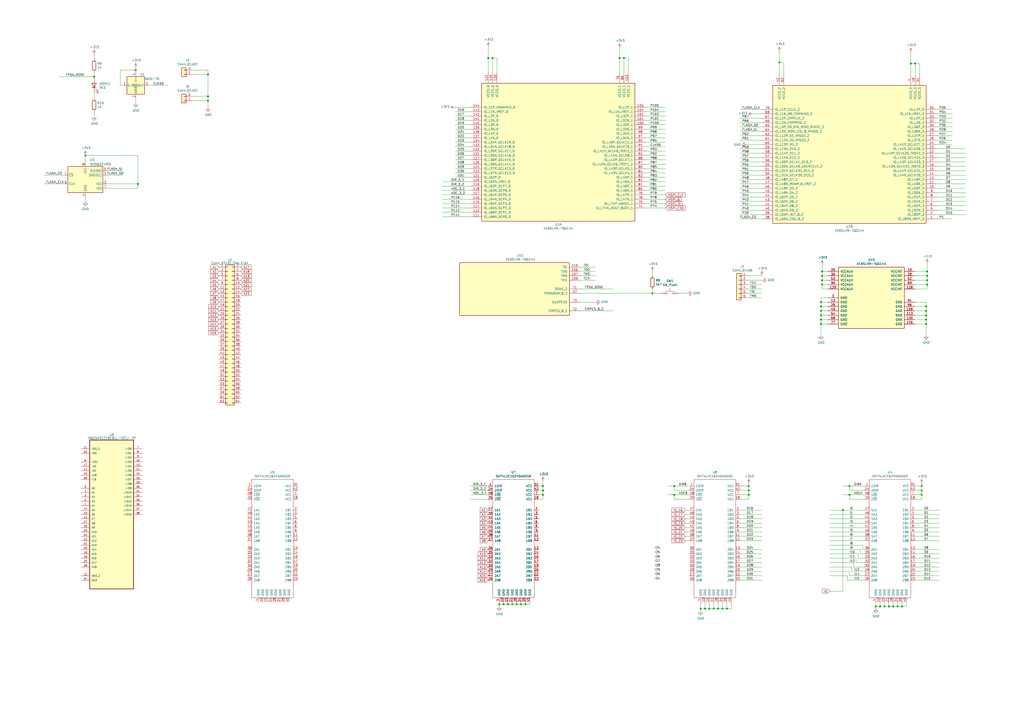
<source format=kicad_sch>
(kicad_sch (version 20230121) (generator eeschema)
  (paper "A2")
  (title_block (title "FPGA Design") (date "2019-12-27") (rev "V0.0.1") (company "SCC"))
  (junction (at 476.885 160.02))
  (junction (at 537.21 177.8))
  (junction (at 434.34 281.94))
  (junction (at 434.34 284.48))
  (junction (at 534.67 284.48))
  (junction (at 414.02 353.06))
  (junction (at 406.4 353.06))
  (junction (at 314.96 284.48))
  (junction (at 294.64 350.52))
  (junction (at 476.25 182.88))
  (junction (at 515.62 351.79))
  (junction (at 537.21 187.96))
  (junction (at 421.64 353.06))
  (junction (at 520.7 351.79))
  (junction (at 534.67 281.94))
  (junction (at 537.21 182.88))
  (junction (at 285.75 33.655))
  (junction (at 537.845 157.48))
  (junction (at 378.46 170.18))
  (junction (at 359.41 33.655))
  (junction (at 408.94 353.06))
  (junction (at 283.21 33.655))
  (junction (at 289.56 350.52))
  (junction (at 434.34 287.02))
  (junction (at 528.32 36.83))
  (junction (at 534.67 287.02))
  (junction (at 488.95 295.91))
  (junction (at 297.18 350.52))
  (junction (at 530.86 36.83))
  (junction (at 537.845 165.1))
  (junction (at 304.8 350.52))
  (junction (at 476.885 162.56))
  (junction (at 54.61 44.45))
  (junction (at 120.65 55.88))
  (junction (at 416.56 353.06))
  (junction (at 299.72 350.52))
  (junction (at 80.01 106.68))
  (junction (at 314.96 281.94))
  (junction (at 476.25 185.42))
  (junction (at 292.1 350.52))
  (junction (at 476.25 177.8))
  (junction (at 492.76 287.02))
  (junction (at 419.1 353.06))
  (junction (at 314.96 287.02))
  (junction (at 523.24 351.79))
  (junction (at 537.845 162.56))
  (junction (at 508 351.79))
  (junction (at 361.95 33.655))
  (junction (at 492.76 281.94))
  (junction (at 518.16 351.79))
  (junction (at 537.845 160.02))
  (junction (at 476.25 180.34))
  (junction (at 476.885 165.1))
  (junction (at 78.74 40.64))
  (junction (at 510.54 351.79))
  (junction (at 302.26 350.52))
  (junction (at 513.08 351.79))
  (junction (at 411.48 353.06))
  (junction (at 120.65 43.18))
  (junction (at 120.65 58.42))
  (junction (at 537.21 185.42))
  (junction (at 476.25 187.96))
  (junction (at 49.53 90.17))
  (junction (at 452.12 36.195))
  (junction (at 391.16 287.02))
  (junction (at 391.16 281.94))
  (junction (at 537.21 180.34))
  (junction (at 476.25 175.26))
  (junction (at 476.885 157.48))
  (wire (pts (xy 481.33 298.45) (xy 501.65 298.45)))
  (wire (pts (xy 429.26 93.98) (xy 441.96 93.98)))
  (wire (pts (xy 476.25 180.34) (xy 476.25 177.8)))
  (wire (pts (xy 537.845 167.64) (xy 537.845 165.1)))
  (wire (pts (xy 530.86 160.02) (xy 537.845 160.02)))
  (wire (pts (xy 374.65 118.11) (xy 386.08 118.11)))
  (wire (pts (xy 429.26 300.99) (xy 441.96 300.99)))
  (wire (pts (xy 49.53 114.3) (xy 49.53 116.84)))
  (wire (pts (xy 411.48 349.25) (xy 411.48 353.06)))
  (wire (pts (xy 530.86 295.91) (xy 544.83 295.91)))
  (wire (pts (xy 429.26 88.9) (xy 441.96 88.9)))
  (wire (pts (xy 496.57 326.39) (xy 496.57 323.85)))
  (wire (pts (xy 537.21 175.26) (xy 530.86 175.26)))
  (wire (pts (xy 429.26 313.69) (xy 441.96 313.69)))
  (wire (pts (xy 531.495 185.42) (xy 537.21 185.42)))
  (wire (pts (xy 62.23 99.06) (xy 71.12 99.06)))
  (wire (pts (xy 273.05 110.49) (xy 256.54 110.49)))
  (wire (pts (xy 397.51 298.45) (xy 400.05 298.45)))
  (wire (pts (xy 62.23 101.6) (xy 71.12 101.6)))
  (wire (pts (xy 285.75 33.655) (xy 288.29 33.655)))
  (wire (pts (xy 285.75 41.91) (xy 285.75 33.655)))
  (wire (pts (xy 273.05 281.94) (xy 283.21 281.94)))
  (wire (pts (xy 429.26 99.06) (xy 441.96 99.06)))
  (wire (pts (xy 397.51 306.07) (xy 400.05 306.07)))
  (wire (pts (xy 54.61 31.75) (xy 54.61 34.29)))
  (wire (pts (xy 543.56 63.5) (xy 552.45 63.5)))
  (wire (pts (xy 336.55 180.34) (xy 355.6 180.34)))
  (wire (pts (xy 530.86 328.93) (xy 544.83 328.93)))
  (wire (pts (xy 429.26 331.47) (xy 441.96 331.47)))
  (wire (pts (xy 441.96 86.36) (xy 429.26 86.36)))
  (wire (pts (xy 492.76 331.47) (xy 481.33 331.47)))
  (wire (pts (xy 480.06 185.42) (xy 476.25 185.42)))
  (wire (pts (xy 441.96 114.3) (xy 429.26 114.3)))
  (wire (pts (xy 299.72 350.52) (xy 302.26 350.52)))
  (wire (pts (xy 302.26 350.52) (xy 302.26 349.25)))
  (wire (pts (xy 391.16 284.48) (xy 391.16 281.94)))
  (wire (pts (xy 560.07 93.98) (xy 543.56 93.98)))
  (wire (pts (xy 500.38 316.23) (xy 481.33 316.23)))
  (wire (pts (xy 481.33 313.69) (xy 501.65 313.69)))
  (wire (pts (xy 530.86 334.01) (xy 544.83 334.01)))
  (wire (pts (xy 441.96 76.2) (xy 429.26 76.2)))
  (wire (pts (xy 530.86 303.53) (xy 544.83 303.53)))
  (wire (pts (xy 416.56 353.06) (xy 419.1 353.06)))
  (wire (pts (xy 492.76 334.01) (xy 492.76 331.47)))
  (wire (pts (xy 86.36 49.53) (xy 97.79 49.53)))
  (wire (pts (xy 560.07 109.22) (xy 543.56 109.22)))
  (wire (pts (xy 510.54 349.25) (xy 510.54 351.79)))
  (wire (pts (xy 530.86 162.56) (xy 537.845 162.56)))
  (wire (pts (xy 501.65 336.55) (xy 491.49 336.55)))
  (wire (pts (xy 441.96 124.46) (xy 429.26 124.46)))
  (wire (pts (xy 543.56 68.58) (xy 552.45 68.58)))
  (wire (pts (xy 292.1 350.52) (xy 294.64 350.52)))
  (wire (pts (xy 264.16 69.85) (xy 273.05 69.85)))
  (wire (pts (xy 530.86 187.96) (xy 537.21 187.96)))
  (wire (pts (xy 434.34 287.02) (xy 434.34 284.48)))
  (wire (pts (xy 374.65 80.01) (xy 386.08 80.01)))
  (wire (pts (xy 120.65 43.18) (xy 120.65 55.88)))
  (wire (pts (xy 273.05 284.48) (xy 283.21 284.48)))
  (wire (pts (xy 480.06 180.34) (xy 476.25 180.34)))
  (wire (pts (xy 530.86 298.45) (xy 544.83 298.45)))
  (wire (pts (xy 441.96 101.6) (xy 429.26 101.6)))
  (wire (pts (xy 78.74 40.64) (xy 69.85 40.64)))
  (wire (pts (xy 530.86 284.48) (xy 534.67 284.48)))
  (wire (pts (xy 302.26 350.52) (xy 304.8 350.52)))
  (wire (pts (xy 518.16 351.79) (xy 520.7 351.79)))
  (wire (pts (xy 552.45 76.2) (xy 543.56 76.2)))
  (wire (pts (xy 336.55 175.26) (xy 345.44 175.26)))
  (wire (pts (xy 294.64 350.52) (xy 297.18 350.52)))
  (wire (pts (xy 34.29 44.45) (xy 54.61 44.45)))
  (wire (pts (xy 501.65 321.31) (xy 499.11 321.31)))
  (wire (pts (xy 299.72 350.52) (xy 299.72 349.25)))
  (wire (pts (xy 452.12 36.195) (xy 452.12 29.845)))
  (wire (pts (xy 374.65 120.65) (xy 386.08 120.65)))
  (wire (pts (xy 436.88 66.04) (xy 441.96 66.04)))
  (wire (pts (xy 513.08 351.79) (xy 515.62 351.79)))
  (wire (pts (xy 374.65 100.33) (xy 386.08 100.33)))
  (wire (pts (xy 501.65 326.39) (xy 496.57 326.39)))
  (wire (pts (xy 530.86 336.55) (xy 544.83 336.55)))
  (wire (pts (xy 429.26 289.56) (xy 434.34 289.56)))
  (wire (pts (xy 530.86 313.69) (xy 544.83 313.69)))
  (wire (pts (xy 264.16 92.71) (xy 273.05 92.71)))
  (wire (pts (xy 429.26 334.01) (xy 441.96 334.01)))
  (wire (pts (xy 480.06 175.26) (xy 476.25 175.26)))
  (wire (pts (xy 518.16 349.25) (xy 518.16 351.79)))
  (wire (pts (xy 283.21 41.91) (xy 283.21 33.655)))
  (wire (pts (xy 49.53 90.17) (xy 80.01 90.17)))
  (wire (pts (xy 312.42 289.56) (xy 314.96 289.56)))
  (wire (pts (xy 434.34 281.94) (xy 434.34 280.67)))
  (wire (pts (xy 488.95 342.9) (xy 481.33 342.9)))
  (wire (pts (xy 476.885 167.64) (xy 476.885 165.1)))
  (wire (pts (xy 273.05 118.11) (xy 256.54 118.11)))
  (wire (pts (xy 501.65 318.77) (xy 500.38 318.77)))
  (wire (pts (xy 537.21 185.42) (xy 537.21 182.88)))
  (wire (pts (xy 433.705 167.64) (xy 441.96 167.64)))
  (wire (pts (xy 397.51 300.99) (xy 400.05 300.99)))
  (wire (pts (xy 433.705 165.1) (xy 441.96 165.1)))
  (wire (pts (xy 304.8 350.52) (xy 307.34 350.52)))
  (wire (pts (xy 378.46 170.18) (xy 378.46 167.64)))
  (wire (pts (xy 492.76 287.02) (xy 488.95 287.02)))
  (wire (pts (xy 452.12 36.195) (xy 454.66 36.195)))
  (wire (pts (xy 530.86 42.545) (xy 530.86 36.83)))
  (wire (pts (xy 264.16 62.23) (xy 273.05 62.23)))
  (wire (pts (xy 476.25 182.88) (xy 476.25 180.34)))
  (wire (pts (xy 62.23 106.68) (xy 80.01 106.68)))
  (wire (pts (xy 273.05 123.19) (xy 256.54 123.19)))
  (wire (pts (xy 393.7 170.18) (xy 398.78 170.18)))
  (wire (pts (xy 111.76 55.88) (xy 120.65 55.88)))
  (wire (pts (xy 560.07 121.92) (xy 543.56 121.92)))
  (wire (pts (xy 120.65 62.23) (xy 120.65 58.42)))
  (wire (pts (xy 336.55 162.56) (xy 345.44 162.56)))
  (wire (pts (xy 429.26 295.91) (xy 441.96 295.91)))
  (wire (pts (xy 501.65 306.07) (xy 481.33 306.07)))
  (wire (pts (xy 441.96 162.56) (xy 433.705 162.56)))
  (wire (pts (xy 406.4 353.06) (xy 408.94 353.06)))
  (wire (pts (xy 400.05 289.56) (xy 391.16 289.56)))
  (wire (pts (xy 476.25 177.8) (xy 476.25 175.26)))
  (wire (pts (xy 494.03 331.47) (xy 494.03 328.93)))
  (wire (pts (xy 429.26 321.31) (xy 441.96 321.31)))
  (wire (pts (xy 528.32 36.83) (xy 528.32 43.18)))
  (wire (pts (xy 501.65 295.91) (xy 488.95 295.91)))
  (wire (pts (xy 560.07 104.14) (xy 543.56 104.14)))
  (wire (pts (xy 560.07 101.6) (xy 543.56 101.6)))
  (wire (pts (xy 543.56 73.66) (xy 552.45 73.66)))
  (wire (pts (xy 312.42 281.94) (xy 314.96 281.94)))
  (wire (pts (xy 289.56 350.52) (xy 292.1 350.52)))
  (wire (pts (xy 480.06 182.88) (xy 476.25 182.88)))
  (wire (pts (xy 501.65 300.99) (xy 481.33 300.99)))
  (wire (pts (xy 543.56 127) (xy 552.45 127)))
  (wire (pts (xy 441.96 106.68) (xy 429.26 106.68)))
  (wire (pts (xy 476.885 160.02) (xy 476.885 157.48)))
  (wire (pts (xy 530.86 167.64) (xy 537.845 167.64)))
  (wire (pts (xy 495.3 326.39) (xy 481.33 326.39)))
  (wire (pts (xy 359.41 33.655) (xy 359.41 41.91)))
  (wire (pts (xy 560.07 116.84) (xy 543.56 116.84)))
  (wire (pts (xy 454.66 36.195) (xy 454.66 43.18)))
  (wire (pts (xy 264.16 77.47) (xy 273.05 77.47)))
  (wire (pts (xy 537.21 193.675) (xy 537.21 187.96)))
  (wire (pts (xy 273.05 289.56) (xy 283.21 289.56)))
  (wire (pts (xy 80.01 90.17) (xy 80.01 106.68)))
  (wire (pts (xy 543.56 78.74) (xy 552.45 78.74)))
  (wire (pts (xy 374.65 69.85) (xy 386.08 69.85)))
  (wire (pts (xy 429.26 311.15) (xy 441.96 311.15)))
  (wire (pts (xy 534.67 289.56) (xy 534.67 287.02)))
  (wire (pts (xy 273.05 107.95) (xy 256.54 107.95)))
  (wire (pts (xy 433.705 170.18) (xy 441.96 170.18)))
  (wire (pts (xy 480.06 165.1) (xy 476.885 165.1)))
  (wire (pts (xy 289.56 349.25) (xy 289.56 350.52)))
  (wire (pts (xy 533.4 36.83) (xy 533.4 43.18)))
  (wire (pts (xy 419.1 349.25) (xy 419.1 353.06)))
  (wire (pts (xy 508 351.79) (xy 508 349.25)))
  (wire (pts (xy 264.16 67.31) (xy 273.05 67.31)))
  (wire (pts (xy 264.16 82.55) (xy 273.05 82.55)))
  (wire (pts (xy 441.96 127) (xy 429.26 127)))
  (wire (pts (xy 515.62 351.79) (xy 518.16 351.79)))
  (wire (pts (xy 421.64 353.06) (xy 424.18 353.06)))
  (wire (pts (xy 391.16 281.94) (xy 387.35 281.94)))
  (wire (pts (xy 419.1 353.06) (xy 421.64 353.06)))
  (wire (pts (xy 496.57 323.85) (xy 481.33 323.85)))
  (wire (pts (xy 528.32 36.83) (xy 528.32 30.48)))
  (wire (pts (xy 54.61 67.31) (xy 54.61 64.77)))
  (wire (pts (xy 429.26 284.48) (xy 434.34 284.48)))
  (wire (pts (xy 501.65 281.94) (xy 492.76 281.94)))
  (wire (pts (xy 264.16 102.87) (xy 273.05 102.87)))
  (wire (pts (xy 552.45 71.12) (xy 543.56 71.12)))
  (wire (pts (xy 560.07 114.3) (xy 543.56 114.3)))
  (wire (pts (xy 452.12 43.18) (xy 452.12 36.195)))
  (wire (pts (xy 374.65 110.49) (xy 386.08 110.49)))
  (wire (pts (xy 397.51 295.91) (xy 400.05 295.91)))
  (wire (pts (xy 312.42 284.48) (xy 314.96 284.48)))
  (wire (pts (xy 480.06 177.8) (xy 476.25 177.8)))
  (wire (pts (xy 408.94 349.25) (xy 408.94 353.06)))
  (wire (pts (xy 25.4 106.68) (xy 36.83 106.68)))
  (wire (pts (xy 374.65 115.57) (xy 386.08 115.57)))
  (wire (pts (xy 441.96 96.52) (xy 429.26 96.52)))
  (wire (pts (xy 391.16 287.02) (xy 387.35 287.02)))
  (wire (pts (xy 378.46 157.48) (xy 378.46 160.02)))
  (wire (pts (xy 336.55 154.94) (xy 345.44 154.94)))
  (wire (pts (xy 361.95 41.91) (xy 361.95 33.655)))
  (wire (pts (xy 374.65 102.87) (xy 386.08 102.87)))
  (wire (pts (xy 560.07 91.44) (xy 543.56 91.44)))
  (wire (pts (xy 120.65 58.42) (xy 120.65 55.88)))
  (wire (pts (xy 364.49 33.655) (xy 364.49 41.91)))
  (wire (pts (xy 501.65 331.47) (xy 494.03 331.47)))
  (wire (pts (xy 374.65 85.09) (xy 386.08 85.09)))
  (wire (pts (xy 374.65 64.77) (xy 386.08 64.77)))
  (wire (pts (xy 530.86 182.88) (xy 537.21 182.88)))
  (wire (pts (xy 111.76 40.64) (xy 120.65 40.64)))
  (wire (pts (xy 508 351.79) (xy 510.54 351.79)))
  (wire (pts (xy 273.05 105.41) (xy 256.54 105.41)))
  (wire (pts (xy 476.25 187.96) (xy 476.25 185.42)))
  (wire (pts (xy 374.65 82.55) (xy 386.08 82.55)))
  (wire (pts (xy 314.96 284.48) (xy 314.96 281.94)))
  (wire (pts (xy 530.86 323.85) (xy 544.83 323.85)))
  (wire (pts (xy 552.45 81.28) (xy 543.56 81.28)))
  (wire (pts (xy 530.86 36.83) (xy 528.32 36.83)))
  (wire (pts (xy 441.96 63.5) (xy 429.26 63.5)))
  (wire (pts (xy 78.74 40.64) (xy 78.74 39.37)))
  (wire (pts (xy 560.07 124.46) (xy 543.56 124.46)))
  (wire (pts (xy 530.86 311.15) (xy 544.83 311.15)))
  (wire (pts (xy 424.18 353.06) (xy 424.18 349.25)))
  (wire (pts (xy 530.86 300.99) (xy 544.83 300.99)))
  (wire (pts (xy 481.33 303.53) (xy 501.65 303.53)))
  (wire (pts (xy 314.96 289.56) (xy 314.96 287.02)))
  (wire (pts (xy 336.55 157.48) (xy 345.44 157.48)))
  (wire (pts (xy 500.38 318.77) (xy 500.38 316.23)))
  (wire (pts (xy 62.23 109.22) (xy 80.01 109.22)))
  (wire (pts (xy 441.96 78.74) (xy 429.26 78.74)))
  (wire (pts (xy 264.16 80.01) (xy 273.05 80.01)))
  (wire (pts (xy 397.51 311.15) (xy 400.05 311.15)))
  (wire (pts (xy 515.62 349.25) (xy 515.62 351.79)))
  (wire (pts (xy 429.26 81.28) (xy 441.96 81.28)))
  (wire (pts (xy 336.55 167.64) (xy 355.6 167.64)))
  (wire (pts (xy 537.845 165.1) (xy 537.845 162.56)))
  (wire (pts (xy 292.1 350.52) (xy 292.1 349.25)))
  (wire (pts (xy 54.61 44.45) (xy 54.61 45.72)))
  (wire (pts (xy 530.86 326.39) (xy 544.83 326.39)))
  (wire (pts (xy 264.16 85.09) (xy 273.05 85.09)))
  (wire (pts (xy 537.845 157.48) (xy 537.845 153.035)))
  (wire (pts (xy 433.705 160.02) (xy 441.96 160.02)))
  (wire (pts (xy 78.74 41.91) (xy 78.74 40.64)))
  (wire (pts (xy 429.26 323.85) (xy 441.96 323.85)))
  (wire (pts (xy 264.16 64.77) (xy 273.05 64.77)))
  (wire (pts (xy 429.26 71.12) (xy 441.96 71.12)))
  (wire (pts (xy 480.06 162.56) (xy 476.885 162.56)))
  (wire (pts (xy 54.61 41.91) (xy 54.61 44.45)))
  (wire (pts (xy 297.18 350.52) (xy 299.72 350.52)))
  (wire (pts (xy 400.05 284.48) (xy 391.16 284.48)))
  (wire (pts (xy 378.46 170.18) (xy 383.54 170.18)))
  (wire (pts (xy 361.95 33.655) (xy 364.49 33.655)))
  (wire (pts (xy 429.26 308.61) (xy 441.96 308.61)))
  (wire (pts (xy 429.26 121.92) (xy 441.96 121.92)))
  (wire (pts (xy 297.18 350.52) (xy 297.18 349.25)))
  (wire (pts (xy 552.45 66.04) (xy 543.56 66.04)))
  (wire (pts (xy 374.65 92.71) (xy 386.08 92.71)))
  (wire (pts (xy 530.86 177.8) (xy 537.21 177.8)))
  (wire (pts (xy 273.05 113.03) (xy 256.54 113.03)))
  (wire (pts (xy 441.96 109.22) (xy 429.26 109.22)))
  (wire (pts (xy 481.33 308.61) (xy 501.65 308.61)))
  (wire (pts (xy 434.34 284.48) (xy 434.34 281.94)))
  (wire (pts (xy 530.86 165.1) (xy 537.845 165.1)))
  (wire (pts (xy 397.51 303.53) (xy 400.05 303.53)))
  (wire (pts (xy 314.96 287.02) (xy 314.96 284.48)))
  (wire (pts (xy 480.06 160.02) (xy 476.885 160.02)))
  (wire (pts (xy 69.85 49.53) (xy 71.12 49.53)))
  (wire (pts (xy 480.06 157.48) (xy 476.885 157.48)))
  (wire (pts (xy 429.26 116.84) (xy 441.96 116.84)))
  (wire (pts (xy 499.11 318.77) (xy 481.33 318.77)))
  (wire (pts (xy 530.86 308.61) (xy 544.83 308.61)))
  (wire (pts (xy 537.21 182.88) (xy 537.21 180.34)))
  (wire (pts (xy 69.85 40.64) (xy 69.85 49.53)))
  (wire (pts (xy 314.96 281.94) (xy 314.96 279.4)))
  (wire (pts (xy 501.65 289.56) (xy 492.76 289.56)))
  (wire (pts (xy 312.42 287.02) (xy 314.96 287.02)))
  (wire (pts (xy 476.885 165.1) (xy 476.885 162.56)))
  (wire (pts (xy 433.07 83.82) (xy 441.96 83.82)))
  (wire (pts (xy 374.65 105.41) (xy 386.08 105.41)))
  (wire (pts (xy 294.64 350.52) (xy 294.64 349.25)))
  (wire (pts (xy 537.21 187.96) (xy 537.21 185.42)))
  (wire (pts (xy 508 353.06) (xy 508 351.79)))
  (wire (pts (xy 501.65 328.93) (xy 495.3 328.93)))
  (wire (pts (xy 264.16 72.39) (xy 273.05 72.39)))
  (wire (pts (xy 433.705 172.72) (xy 441.96 172.72)))
  (wire (pts (xy 560.07 111.76) (xy 543.56 111.76)))
  (wire (pts (xy 480.06 187.96) (xy 476.25 187.96)))
  (wire (pts (xy 491.49 336.55) (xy 491.49 334.01)))
  (wire (pts (xy 494.03 328.93) (xy 481.33 328.93)))
  (wire (pts (xy 476.885 162.56) (xy 476.885 160.02)))
  (wire (pts (xy 374.65 87.63) (xy 386.08 87.63)))
  (wire (pts (xy 537.845 162.56) (xy 537.845 160.02)))
  (wire (pts (xy 530.86 321.31) (xy 544.83 321.31)))
  (wire (pts (xy 476.25 194.31) (xy 476.25 187.96)))
  (wire (pts (xy 441.96 68.58) (xy 429.26 68.58)))
  (wire (pts (xy 374.65 62.23) (xy 386.08 62.23)))
  (wire (pts (xy 429.26 104.14) (xy 441.96 104.14)))
  (wire (pts (xy 429.26 326.39) (xy 441.96 326.39)))
  (wire (pts (xy 111.76 43.18) (xy 120.65 43.18)))
  (wire (pts (xy 374.65 67.31) (xy 386.08 67.31)))
  (wire (pts (xy 406.4 353.06) (xy 406.4 354.33)))
  (wire (pts (xy 400.05 287.02) (xy 391.16 287.02)))
  (wire (pts (xy 25.4 101.6) (xy 36.83 101.6)))
  (wire (pts (xy 120.65 43.18) (xy 120.65 40.64)))
  (wire (pts (xy 476.885 157.48) (xy 476.885 153.67)))
  (wire (pts (xy 510.54 351.79) (xy 513.08 351.79)))
  (wire (pts (xy 416.56 349.25) (xy 416.56 353.06)))
  (wire (pts (xy 289.56 350.52) (xy 289.56 351.79)))
  (wire (pts (xy 530.86 281.94) (xy 534.67 281.94)))
  (wire (pts (xy 530.86 318.77) (xy 544.83 318.77)))
  (wire (pts (xy 499.11 321.31) (xy 499.11 318.77)))
  (wire (pts (xy 414.02 349.25) (xy 414.02 353.06)))
  (wire (pts (xy 476.25 175.26) (xy 476.25 172.72)))
  (wire (pts (xy 543.56 83.82) (xy 552.45 83.82)))
  (wire (pts (xy 501.65 284.48) (xy 492.76 284.48)))
  (wire (pts (xy 374.65 113.03) (xy 386.08 113.03)))
  (wire (pts (xy 359.41 33.655) (xy 361.95 33.655)))
  (wire (pts (xy 429.26 306.07) (xy 441.96 306.07)))
  (wire (pts (xy 264.16 100.33) (xy 273.05 100.33)))
  (wire (pts (xy 111.76 58.42) (xy 120.65 58.42)))
  (wire (pts (xy 530.86 157.48) (xy 537.845 157.48)))
  (wire (pts (xy 80.01 109.22) (xy 80.01 106.68)))
  (wire (pts (xy 533.4 36.83) (xy 530.86 36.83)))
  (wire (pts (xy 397.51 308.61) (xy 400.05 308.61)))
  (wire (pts (xy 429.26 111.76) (xy 441.96 111.76)))
  (wire (pts (xy 264.16 97.79) (xy 273.05 97.79)))
  (wire (pts (xy 406.4 349.25) (xy 406.4 353.06)))
  (wire (pts (xy 374.65 72.39) (xy 386.08 72.39)))
  (wire (pts (xy 560.07 106.68) (xy 543.56 106.68)))
  (wire (pts (xy 560.07 88.9) (xy 543.56 88.9)))
  (wire (pts (xy 374.65 77.47) (xy 386.08 77.47)))
  (wire (pts (xy 434.34 289.56) (xy 434.34 287.02)))
  (wire (pts (xy 537.21 180.34) (xy 537.21 177.8)))
  (wire (pts (xy 441.96 91.44) (xy 429.26 91.44)))
  (wire (pts (xy 264.16 74.93) (xy 273.05 74.93)))
  (wire (pts (xy 441.96 119.38) (xy 429.26 119.38)))
  (wire (pts (xy 530.86 331.47) (xy 544.83 331.47)))
  (wire (pts (xy 525.78 351.79) (xy 525.78 349.25)))
  (wire (pts (xy 359.41 33.655) (xy 359.41 27.94)))
  (wire (pts (xy 534.67 281.94) (xy 534.67 280.67)))
  (wire (pts (xy 273.05 120.65) (xy 256.54 120.65)))
  (wire (pts (xy 374.65 95.25) (xy 386.08 95.25)))
  (wire (pts (xy 476.25 172.72) (xy 480.06 172.72)))
  (wire (pts (xy 264.16 95.25) (xy 273.05 95.25)))
  (wire (pts (xy 78.74 57.15) (xy 78.74 59.69)))
  (wire (pts (xy 492.76 281.94) (xy 488.95 281.94)))
  (wire (pts (xy 501.65 323.85) (xy 497.84 323.85)))
  (wire (pts (xy 476.25 185.42) (xy 476.25 182.88)))
  (wire (pts (xy 411.48 353.06) (xy 414.02 353.06)))
  (wire (pts (xy 414.02 353.06) (xy 416.56 353.06)))
  (wire (pts (xy 492.76 284.48) (xy 492.76 281.94)))
  (wire (pts (xy 429.26 303.53) (xy 441.96 303.53)))
  (wire (pts (xy 408.94 353.06) (xy 411.48 353.06)))
  (wire (pts (xy 307.34 350.52) (xy 307.34 349.25)))
  (wire (pts (xy 560.07 86.36) (xy 543.56 86.36)))
  (wire (pts (xy 288.29 33.655) (xy 288.29 41.91)))
  (wire (pts (xy 534.67 284.48) (xy 534.67 281.94)))
  (wire (pts (xy 488.95 295.91) (xy 481.33 295.91)))
  (wire (pts (xy 400.05 281.94) (xy 391.16 281.94)))
  (wire (pts (xy 520.7 351.79) (xy 523.24 351.79)))
  (wire (pts (xy 537.845 160.02) (xy 537.845 157.48)))
  (wire (pts (xy 429.26 281.94) (xy 434.34 281.94)))
  (wire (pts (xy 264.16 87.63) (xy 273.05 87.63)))
  (wire (pts (xy 560.07 119.38) (xy 543.56 119.38)))
  (wire (pts (xy 531.495 180.34) (xy 537.21 180.34)))
  (wire (pts (xy 534.67 287.02) (xy 534.67 284.48)))
  (wire (pts (xy 495.3 328.93) (xy 495.3 326.39)))
  (wire (pts (xy 429.26 298.45) (xy 441.96 298.45)))
  (wire (pts (xy 488.95 295.91) (xy 488.95 342.9)))
  (wire (pts (xy 374.65 90.17) (xy 386.08 90.17)))
  (wire (pts (xy 391.16 289.56) (xy 391.16 287.02)))
  (wire (pts (xy 513.08 349.25) (xy 513.08 351.79)))
  (wire (pts (xy 429.26 336.55) (xy 441.96 336.55)))
  (wire (pts (xy 429.26 328.93) (xy 441.96 328.93)))
  (wire (pts (xy 429.26 318.77) (xy 441.96 318.77)))
  (wire (pts (xy 497.84 323.85) (xy 497.84 321.31)))
  (wire (pts (xy 264.16 90.17) (xy 273.05 90.17)))
  (wire (pts (xy 530.86 306.07) (xy 544.83 306.07)))
  (wire (pts (xy 374.65 107.95) (xy 386.08 107.95)))
  (wire (pts (xy 441.96 73.66) (xy 429.26 73.66)))
  (wire (pts (xy 523.24 351.79) (xy 525.78 351.79)))
  (wire (pts (xy 283.21 33.655) (xy 283.21 27.305)))
  (wire (pts (xy 530.86 287.02) (xy 534.67 287.02)))
  (wire (pts (xy 520.7 349.25) (xy 520.7 351.79)))
  (wire (pts (xy 491.49 334.01) (xy 481.33 334.01)))
  (wire (pts (xy 374.65 97.79) (xy 386.08 97.79)))
  (wire (pts (xy 480.06 167.64) (xy 476.885 167.64)))
  (wire (pts (xy 273.05 125.73) (xy 256.54 125.73)))
  (wire (pts (xy 304.8 350.52) (xy 304.8 349.25)))
  (wire (pts (xy 283.21 33.655) (xy 285.75 33.655)))
  (wire (pts (xy 429.26 287.02) (xy 434.34 287.02)))
  (wire (pts (xy 49.53 93.98) (xy 49.53 90.17)))
  (wire (pts (xy 537.21 177.8) (xy 537.21 175.26)))
  (wire (pts (xy 497.84 321.31) (xy 481.33 321.31)))
  (wire (pts (xy 421.64 349.25) (xy 421.64 353.06)))
  (wire (pts (xy 560.07 99.06) (xy 543.56 99.06)))
  (wire (pts (xy 501.65 311.15) (xy 481.33 311.15)))
  (wire (pts (xy 560.07 96.52) (xy 543.56 96.52)))
  (wire (pts (xy 397.51 313.69) (xy 400.05 313.69)))
  (wire (pts (xy 54.61 53.34) (xy 54.61 57.15)))
  (wire (pts (xy 336.55 160.02) (xy 345.44 160.02)))
  (wire (pts (xy 336.55 170.18) (xy 378.46 170.18)))
  (wire (pts (xy 501.65 334.01) (xy 492.76 334.01)))
  (wire (pts (xy 374.65 74.93) (xy 386.08 74.93)))
  (wire (pts (xy 501.65 287.02) (xy 492.76 287.02)))
  (wire (pts (xy 523.24 349.25) (xy 523.24 351.79)))
  (wire (pts (xy 530.86 289.56) (xy 534.67 289.56)))
  (wire (pts (xy 273.05 287.02) (xy 283.21 287.02)))
  (wire (pts (xy 273.05 115.57) (xy 256.54 115.57)))
  (wire (pts (xy 492.76 289.56) (xy 492.76 287.02)))
  (label "D6" (at 535.94 311.15 0))
  (label "I4" (at 492.76 306.07 0))
  (label "P101" (at 377.19 69.85 0))
  (label "DIRB" (at 393.7 281.94 0))
  (label "I24" (at 379.73 318.77 0))
  (label "I14" (at 495.3 334.01 0))
  (label "P35" (at 544.83 63.5 0))
  (label "P83" (at 377.19 102.87 0))
  (label "D29" (at 265.43 97.79 0))
  (label "P45" (at 430.53 111.76 0))
  (label "D7" (at 548.64 104.14 0))
  (label "DIR_3_1" (at 274.32 281.94 0))
  (label "TDO" (at 338.455 157.48 0))
  (label "P79" (at 377.19 113.03 0))
  (label "P58" (at 430.53 88.9 0))
  (label "nOEB" (at 393.7 287.02 0))
  (label "P97" (at 377.19 80.01 0))
  (label "I27" (at 379.73 326.39 0))
  (label "D21" (at 433.07 308.61 0))
  (label "I15" (at 495.3 336.55 0))
  (label "P29" (at 544.83 76.2 0))
  (label "P34" (at 544.83 66.04 0))
  (label "D14" (at 548.64 121.92 0))
  (label "P104" (at 377.19 64.77 0))
  (label "D31" (at 433.07 336.55 0))
  (label "P88" (at 377.19 92.71 0))
  (label "FLASH_CS" (at 429.26 127 0))
  (label "CMPCS_B_2" (at 339.09 180.34 0))
  (label "P56" (at 430.53 93.98 0))
  (label "D8" (at 548.64 106.68 0))
  (label "D9" (at 535.94 321.31 0))
  (label "P80" (at 377.19 110.49 0))
  (label "D22" (at 433.07 311.15 0))
  (label "nOE_3_2" (at 261.62 113.03 0))
  (label "P24" (at 544.83 83.82 0))
  (label "DIR_3_2" (at 274.32 284.48 0))
  (label "P50" (at 430.53 101.6 0))
  (label "P98" (at 377.19 77.47 0))
  (label "D21" (at 265.43 77.47 0))
  (label "P55" (at 430.53 96.52 0))
  (label "P78" (at 377.19 115.57 0))
  (label "CLK50" (at 377.19 85.09 0))
  (label "P32" (at 544.83 71.12 0))
  (label "I28" (at 379.73 328.93 0))
  (label "P66" (at 430.53 71.12 0))
  (label "D9" (at 548.64 109.22 0))
  (label "FLASH_SO" (at 62.23 101.6 0))
  (label "I0" (at 492.76 295.91 0))
  (label "I1" (at 492.76 298.45 0))
  (label "D13" (at 548.64 119.38 0))
  (label "D1" (at 535.94 298.45 0))
  (label "D4" (at 535.94 306.07 0))
  (label "P41" (at 430.53 119.38 0))
  (label "P62" (at 430.53 78.74 0))
  (label "I10" (at 492.76 321.31 0))
  (label "P112" (at 261.62 123.19 0))
  (label "FPGA_DONE" (at 339.09 167.64 0))
  (label "P116" (at 261.62 115.57 0))
  (label "P51" (at 430.53 99.06 0))
  (label "P84" (at 377.19 100.33 0))
  (label "D25" (at 265.43 87.63 0))
  (label "P59" (at 430.53 86.36 0))
  (label "I29" (at 379.73 331.47 0))
  (label "P85" (at 377.19 97.79 0))
  (label "FPGA_DONE" (at 38.1 44.45 0))
  (label "CLK50" (at 88.9 49.53 0))
  (label "D31" (at 265.43 102.87 0))
  (label "D28" (at 265.43 95.25 0))
  (label "D30" (at 265.43 100.33 0))
  (label "D16" (at 433.07 295.91 0))
  (label "P81" (at 377.19 107.95 0))
  (label "D20" (at 265.43 74.93 0))
  (label "D18" (at 433.07 300.99 0))
  (label "TDI" (at 434.975 170.18 0))
  (label "D13" (at 535.94 331.47 0))
  (label "D19" (at 265.43 72.39 0))
  (label "P46" (at 430.53 109.22 0))
  (label "P1" (at 544.83 127 0))
  (label "I26" (at 379.73 323.85 0))
  (label "P111" (at 261.62 125.73 0))
  (label "D12" (at 548.64 116.84 0))
  (label "P30" (at 544.83 73.66 0))
  (label "D15" (at 535.94 336.55 0))
  (label "P99" (at 377.19 74.93 0))
  (label "P92" (at 377.19 90.17 0))
  (label "P26" (at 544.83 81.28 0))
  (label "P102" (at 377.19 67.31 0))
  (label "P95" (at 377.19 82.55 0))
  (label "TDO" (at 434.975 167.64 0))
  (label "P115" (at 261.62 118.11 0))
  (label "nOE_3_1" (at 274.32 287.02 0))
  (label "I12" (at 492.76 326.39 0))
  (label "P61" (at 430.53 81.28 0))
  (label "P27" (at 544.83 78.74 0))
  (label "D15" (at 548.64 124.46 0))
  (label "I25" (at 379.73 321.31 0))
  (label "TMS" (at 338.455 160.02 0))
  (label "TMS" (at 434.975 172.72 0))
  (label "D7" (at 535.94 313.69 0))
  (label "DIRA" (at 495.3 281.94 0))
  (label "P40" (at 430.53 121.92 0))
  (label "TCK" (at 434.975 165.1 0))
  (label "D19" (at 433.07 303.53 0))
  (label "D26" (at 433.07 323.85 0))
  (label "I8" (at 492.76 316.23 0))
  (label "P44" (at 430.53 114.3 0))
  (label "FLASH_CLK" (at 26.67 106.68 0))
  (label "D0" (at 548.64 86.36 0))
  (label "P100" (at 377.19 72.39 0))
  (label "I31" (at 379.73 336.55 0))
  (label "D4" (at 548.64 96.52 0))
  (label "D20" (at 433.07 306.07 0))
  (label "DIR_3_1" (at 261.62 105.41 0))
  (label "I30" (at 379.73 334.01 0))
  (label "I2" (at 492.76 300.99 0))
  (label "D11" (at 548.64 114.3 0))
  (label "D25" (at 433.07 321.31 0))
  (label "D18" (at 265.43 69.85 0))
  (label "FLASH_SO" (at 430.53 73.66 0))
  (label "FLASH_CLK" (at 430.53 63.5 0))
  (label "D5" (at 548.64 99.06 0))
  (label "D12" (at 535.94 328.93 0))
  (label "D1" (at 548.64 88.9 0))
  (label "D3" (at 548.64 93.98 0))
  (label "P105" (at 377.19 62.23 0))
  (label "D23" (at 265.43 82.55 0))
  (label "D5" (at 535.94 308.61 0))
  (label "D27" (at 265.43 92.71 0))
  (label "P43" (at 430.53 116.84 0))
  (label "P93" (at 377.19 87.63 0))
  (label "D26" (at 265.43 90.17 0))
  (label "D3" (at 535.94 303.53 0))
  (label "D14" (at 535.94 334.01 0))
  (label "I7" (at 492.76 313.69 0))
  (label "P67" (at 430.53 68.58 0))
  (label "D2" (at 535.94 300.99 0))
  (label "I6" (at 492.76 311.15 0))
  (label "P75" (at 377.19 118.11 0))
  (label "P57" (at 430.53 91.44 0))
  (label "D30" (at 433.07 334.01 0))
  (label "D24" (at 265.43 85.09 0))
  (label "D0" (at 535.94 295.91 0))
  (label "DIR_3_2" (at 261.62 107.95 0))
  (label "D27" (at 433.07 326.39 0))
  (label "D8" (at 535.94 318.77 0))
  (label "P87" (at 377.19 95.25 0))
  (label "D22" (at 265.43 80.01 0))
  (label "D10" (at 535.94 323.85 0))
  (label "FLASH_SI" (at 62.23 99.06 0))
  (label "P74" (at 377.19 120.65 0))
  (label "P47" (at 430.53 106.68 0))
  (label "D24" (at 433.07 318.77 0))
  (label "FLASH_CS" (at 26.67 101.6 0))
  (label "D23" (at 433.07 313.69 0))
  (label "D16" (at 265.43 64.77 0))
  (label "P48" (at 430.53 104.14 0))
  (label "D29" (at 433.07 331.47 0))
  (label "P39" (at 430.53 124.46 0))
  (label "D10" (at 548.64 111.76 0))
  (label "P33" (at 544.83 68.58 0))
  (label "P82" (at 377.19 105.41 0))
  (label "P114" (at 261.62 120.65 0))
  (label "I9" (at 492.76 318.77 0))
  (label "D11" (at 535.94 326.39 0))
  (label "nOE_3_1" (at 261.62 110.49 0))
  (label "I11" (at 492.76 323.85 0))
  (label "D28" (at 433.07 328.93 0))
  (label "D17" (at 433.07 298.45 0))
  (label "D2" (at 548.64 91.44 0))
  (label "I5" (at 492.76 308.61 0))
  (label "I13" (at 495.3 331.47 0))
  (label "FLASH_SI" (at 430.53 76.2 0))
  (label "D6" (at 548.64 101.6 0))
  (label "nOEA" (at 495.3 287.02 0))
  (label "TDI" (at 338.455 154.94 0))
  (label "TCK" (at 338.455 162.56 0))
  (label "I3" (at 492.76 303.53 0))
  (label "D17" (at 265.43 67.31 0))
  (global_label "A7" (shape input) (at 127 170.18 180) (property "Intersheetrefs" "${INTERSHEET_REFS}" (effects hide)))
  (global_label "A9" (shape input) (at 127 175.26 180) (property "Intersheetrefs" "${INTERSHEET_REFS}" (effects hide)))
  (global_label "A21" (shape input) (at 139.7 165.1 0) (property "Intersheetrefs" "${INTERSHEET_REFS}" (effects hide)))
  (global_label "IO_17" (shape input) (at 397.51 298.45 180) (property "Intersheetrefs" "${INTERSHEET_REFS}" (effects hide)))
  (global_label "HSPI_ID" (shape input) (at 386.08 118.11 0) (property "Intersheetrefs" "${INTERSHEET_REFS}" (effects hide)))
  (global_label "A15" (shape input) (at 283.21 334.01 180) (property "Intersheetrefs" "${INTERSHEET_REFS}" (effects hide)))
  (global_label "A10" (shape input) (at 283.21 321.31 180) (property "Intersheetrefs" "${INTERSHEET_REFS}" (effects hide)))
  (global_label "A4" (shape input) (at 283.21 303.53 180) (property "Intersheetrefs" "${INTERSHEET_REFS}" (effects hide)))
  (global_label "A13" (shape input) (at 283.21 328.93 180) (property "Intersheetrefs" "${INTERSHEET_REFS}" (effects hide)))
  (global_label "A5" (shape input) (at 283.21 306.07 180) (property "Intersheetrefs" "${INTERSHEET_REFS}" (effects hide)))
  (global_label "A7" (shape input) (at 283.21 311.15 180) (property "Intersheetrefs" "${INTERSHEET_REFS}" (effects hide)))
  (global_label "A22" (shape input) (at 139.7 167.64 0) (property "Intersheetrefs" "${INTERSHEET_REFS}" (effects hide)))
  (global_label "A8" (shape input) (at 127 172.72 180) (property "Intersheetrefs" "${INTERSHEET_REFS}" (effects hide)))
  (global_label "A12" (shape input) (at 127 182.88 180) (property "Intersheetrefs" "${INTERSHEET_REFS}" (effects hide)))
  (global_label "A11" (shape input) (at 283.21 323.85 180) (property "Intersheetrefs" "${INTERSHEET_REFS}" (effects hide)))
  (global_label "A19" (shape input) (at 139.7 160.02 0) (property "Intersheetrefs" "${INTERSHEET_REFS}" (effects hide)))
  (global_label "A18" (shape input) (at 139.7 157.48 0) (property "Intersheetrefs" "${INTERSHEET_REFS}" (effects hide)))
  (global_label "A12" (shape input) (at 283.21 326.39 180) (property "Intersheetrefs" "${INTERSHEET_REFS}" (effects hide)))
  (global_label "IO_19" (shape input) (at 397.51 303.53 180) (property "Intersheetrefs" "${INTERSHEET_REFS}" (effects hide)))
  (global_label "A9" (shape input) (at 283.21 318.77 180) (property "Intersheetrefs" "${INTERSHEET_REFS}" (effects hide)))
  (global_label "A10" (shape input) (at 127 177.8 180) (property "Intersheetrefs" "${INTERSHEET_REFS}" (effects hide)))
  (global_label "A16" (shape input) (at 127 193.04 180) (property "Intersheetrefs" "${INTERSHEET_REFS}" (effects hide)))
  (global_label "IO_16" (shape input) (at 397.51 295.91 180) (property "Intersheetrefs" "${INTERSHEET_REFS}" (effects hide)))
  (global_label "A8" (shape input) (at 283.21 313.69 180) (property "Intersheetrefs" "${INTERSHEET_REFS}" (effects hide)))
  (global_label "A16" (shape input) (at 283.21 336.55 180) (property "Intersheetrefs" "${INTERSHEET_REFS}" (effects hide)))
  (global_label "A2" (shape input) (at 283.21 298.45 180) (property "Intersheetrefs" "${INTERSHEET_REFS}" (effects hide)))
  (global_label "A3" (shape input) (at 127 160.02 180) (property "Intersheetrefs" "${INTERSHEET_REFS}" (effects hide)))
  (global_label "A23" (shape input) (at 139.7 170.18 0) (property "Intersheetrefs" "${INTERSHEET_REFS}" (effects hide)))
  (global_label "A14" (shape input) (at 127 187.96 180) (property "Intersheetrefs" "${INTERSHEET_REFS}" (effects hide)))
  (global_label "A11" (shape input) (at 127 180.34 180) (property "Intersheetrefs" "${INTERSHEET_REFS}" (effects hide)))
  (global_label "IO_22" (shape input) (at 397.51 311.15 180) (property "Intersheetrefs" "${INTERSHEET_REFS}" (effects hide)))
  (global_label "A15" (shape input) (at 127 190.5 180) (property "Intersheetrefs" "${INTERSHEET_REFS}" (effects hide)))
  (global_label "A13" (shape input) (at 127 185.42 180) (property "Intersheetrefs" "${INTERSHEET_REFS}" (effects hide)))
  (global_label "A4" (shape input) (at 127 162.56 180) (property "Intersheetrefs" "${INTERSHEET_REFS}" (effects hide)))
  (global_label "A1" (shape input) (at 283.21 295.91 180) (property "Intersheetrefs" "${INTERSHEET_REFS}" (effects hide)))
  (global_label "IO_21" (shape input) (at 397.51 308.61 180) (property "Intersheetrefs" "${INTERSHEET_REFS}" (effects hide)))
  (global_label "IO_23" (shape input) (at 397.51 313.69 180) (property "Intersheetrefs" "${INTERSHEET_REFS}" (effects hide)))
  (global_label "A5" (shape input) (at 127 165.1 180) (property "Intersheetrefs" "${INTERSHEET_REFS}" (effects hide)))
  (global_label "A3" (shape input) (at 283.21 300.99 180) (property "Intersheetrefs" "${INTERSHEET_REFS}" (effects hide)))
  (global_label "A17" (shape input) (at 139.7 154.94 0) (property "Intersheetrefs" "${INTERSHEET_REFS}" (effects hide)))
  (global_label "IO_18" (shape input) (at 397.51 300.99 180) (property "Intersheetrefs" "${INTERSHEET_REFS}" (effects hide)))
  (global_label "A6" (shape input) (at 283.21 308.61 180) (property "Intersheetrefs" "${INTERSHEET_REFS}" (effects hide)))
  (global_label "A20" (shape input) (at 139.7 162.56 0) (property "Intersheetrefs" "${INTERSHEET_REFS}" (effects hide)))
  (global_label "IO_20" (shape input) (at 397.51 306.07 180) (property "Intersheetrefs" "${INTERSHEET_REFS}" (effects hide)))
  (global_label "HSPI_Q" (shape input) (at 386.08 115.57 0) (property "Intersheetrefs" "${INTERSHEET_REFS}" (effects hide)))
  (global_label "A1" (shape input) (at 127 154.94 180) (property "Intersheetrefs" "${INTERSHEET_REFS}" (effects hide)))
  (global_label "A6" (shape input) (at 127 167.64 180) (property "Intersheetrefs" "${INTERSHEET_REFS}" (effects hide)))
  (global_label "HSPI_CLK" (shape input) (at 386.08 113.03 0) (property "Intersheetrefs" "${INTERSHEET_REFS}" (effects hide)))
  (global_label "HSPI_CS0" (shape input) (at 386.08 120.65 0) (property "Intersheetrefs" "${INTERSHEET_REFS}" (effects hide)))
  (global_label "A14" (shape input) (at 283.21 331.47 180) (property "Intersheetrefs" "${INTERSHEET_REFS}" (effects hide)))
  (global_label "A2" (shape input) (at 127 157.48 180) (property "Intersheetrefs" "${INTERSHEET_REFS}" (effects hide)))
  (global_label "I0" (shape input) (at 481.33 342.9 180) (property "Intersheetrefs" "${INTERSHEET_REFS}" (effects hide)))
  (symbol (lib_id "FPGA_Xilinx_Spartan6:XC6SLX9-TQG144") (at 323.85 85.09 0) (unit 1)
    (property "Reference" "U1" (at 323.85 130.175 0))
    (property "Value" "XC6SLX9-TQG144" (at 323.85 132.4864 0))
    (property "Footprint" "Package_QFP:LQFP-144_20x20mm_P0.5mm" (effects hide))
  )
  (symbol (lib_id "power:GND") (at 508 353.06 0) (unit 1)
    (property "Reference" "#PWR025" (effects hide))
    (property "Value" "GND" (at 508.127 357.4542 0))
  )
  (symbol (lib_id "power:GND") (at 406.4 354.33 0) (unit 1)
    (property "Reference" "#PWR026" (effects hide))
    (property "Value" "GND" (at 406.527 358.7242 0))
  )
  (symbol (lib_id "FPGA_Xilinx_Spartan6:XC6SLX9-TQG144") (at 492.76 86.36 0) (unit 2)
    (property "Reference" "U1" (at 492.76 131.445 0))
    (property "Value" "XC6SLX9-TQG144" (at 492.76 133.7564 0))
    (property "Footprint" "Package_QFP:LQFP-144_20x20mm_P0.5mm" (effects hide))
  )
  (symbol (lib_id "FPGA_Xilinx_Spartan6:XC6SLX9-TQG144") (at 298.45 167.64 0) (unit 3)
    (property "Reference" "U1" (at 301.8028 148.1582 0))
    (property "Value" "XC6SLX9-TQG144" (at 301.8028 150.4696 0))
    (property "Footprint" "Package_QFP:LQFP-144_20x20mm_P0.5mm" (effects hide))
  )
  (symbol (lib_id "FPGA_Xilinx_Spartan6:XC6SLX9-TQG144") (at 505.46 172.72 0) (unit 4)
    (property "Reference" "U1" (at 505.46 150.6982 0))
    (property "Value" "XC6SLX9-TQG144" (at 505.46 153.0096 0))
    (property "Footprint" "Package_QFP:LQFP-144_20x20mm_P0.5mm" (effects hide))
  )
  (symbol (lib_id "logicanalyzerboard-rescue:+3.3V-power") (at 534.67 280.67 0) (unit 1)
    (property "Reference" "#PWR027" (effects hide))
    (property "Value" "+3.3V" (at 535.051 276.2758 0))
  )
  (symbol (lib_id "logicanalyzerboard-rescue:+3.3V-power") (at 434.34 280.67 0) (unit 1)
    (property "Reference" "#PWR028" (effects hide))
    (property "Value" "+3.3V" (at 434.721 276.2758 0))
  )
  (symbol (lib_id "Connector_Generic:Conn_01x06") (at 428.625 165.1 0) (mirror y) (unit 1)
    (property "Reference" "J1" (at 430.7078 154.5082 0))
    (property "Value" "Conn_01x06" (at 430.7078 156.8196 0))
    (property "Footprint" "Connector_PinHeader_2.54mm:PinHeader_1x06_P2.54mm_Vertical" (effects hide))
  )
  (symbol (lib_id "logicanalyzerboard-rescue:+3.3V-power") (at 441.96 160.02 0) (unit 1)
    (property "Reference" "#PWR014" (effects hide))
    (property "Value" "+3.3V" (at 442.341 155.6258 0))
  )
  (symbol (lib_id "power:GND") (at 441.96 162.56 90) (unit 1)
    (property "Reference" "#PWR015" (effects hide))
    (property "Value" "GND" (at 445.2112 162.433 90) (effects (justify right)))
  )
  (symbol (lib_id "power:GND") (at 476.25 194.31 0) (unit 1)
    (property "Reference" "#PWR017" (effects hide))
    (property "Value" "GND" (at 476.377 198.7042 0))
  )
  (symbol (lib_id "power:GND") (at 537.21 194.31 0) (unit 1)
    (property "Reference" "#PWR019" (effects hide))
    (property "Value" "GND" (at 537.337 198.7042 0))
  )
  (symbol (lib_id "power:+1V2") (at 537.845 153.035 0) (unit 1)
    (property "Reference" "#PWR020" (effects hide))
    (property "Value" "+1V2" (at 538.226 148.6408 0))
  )
  (symbol (lib_id "logicanalyzerboard-rescue:+3.3V-power") (at 476.885 153.67 0) (unit 1)
    (property "Reference" "#PWR018" (effects hide))
    (property "Value" "+3.3V" (at 477.266 149.2758 0))
  )
  (symbol (lib_id "logicanalyzerboard-rescue:+3.3V-power") (at 283.21 27.305 0) (unit 1)
    (property "Reference" "#PWR012" (effects hide))
    (property "Value" "+3.3V" (at 283.591 22.9108 0))
  )
  (symbol (lib_id "logicanalyzerboard-rescue:+3.3V-power") (at 359.41 27.94 0) (unit 1)
    (property "Reference" "#PWR013" (effects hide))
    (property "Value" "+3.3V" (at 359.791 23.5458 0))
  )
  (symbol (lib_id "logicanalyzerboard-rescue:+3.3V-power") (at 452.12 29.845 0) (unit 1)
    (property "Reference" "#PWR016" (effects hide))
    (property "Value" "+3.3V" (at 452.501 25.4508 0))
  )
  (symbol (lib_id "logicanalyzerboard-rescue:+3.3V-power") (at 528.32 30.48 0) (unit 1)
    (property "Reference" "#PWR021" (effects hide))
    (property "Value" "+3.3V" (at 528.701 26.0858 0))
  )
  (symbol (lib_id "logicanalyzerboard-rescue:+3.3V-power") (at 436.88 66.04 90) (unit 1)
    (property "Reference" "#PWR0103" (effects hide))
    (property "Value" "+3.3V" (at 433.6288 65.659 90) (effects (justify left)))
  )
  (symbol (lib_id "power:GND") (at 433.07 83.82 270) (unit 1)
    (property "Reference" "#PWR0104" (effects hide))
    (property "Value" "GND" (at 429.8188 83.947 90) (effects (justify right)))
  )
  (symbol (lib_id "logicanalyzerboard-rescue:+3.3V-power") (at 264.16 62.23 90) (unit 1)
    (property "Reference" "#PWR0105" (effects hide))
    (property "Value" "+3.3V" (at 260.9088 61.849 90) (effects (justify left)))
  )
  (symbol (lib_id "Oscillator:IQXO-70") (at 78.74 49.53 0) (unit 1)
    (property "Reference" "X1" (at 81.28 43.18 0) (effects (justify left)))
    (property "Value" "IQXO-70" (at 83.82 45.72 0) (effects (justify left)))
    (property "Footprint" "Oscillator:Oscillator_SMD_IQD_IQXO70-4Pin_7.5x5.0mm" (effects hide))
    (property "Datasheet" "http://www.iqdfrequencyproducts.com/products/details/iqxo-70-11-30.pdf" (effects hide))
  )
  (symbol (lib_id "power:GND") (at 78.74 59.69 0) (unit 1)
    (property "Reference" "#PWR029" (effects hide))
    (property "Value" "GND" (at 78.867 64.0842 0))
  )
  (symbol (lib_id "logicanalyzerboard-rescue:+3.3V-power") (at 78.74 39.37 0) (unit 1)
    (property "Reference" "#PWR024" (effects hide))
    (property "Value" "+3.3V" (at 79.121 34.9758 0))
  )
  (symbol (lib_id "Device:R") (at 378.46 163.83 0) (unit 1)
    (property "Reference" "R8" (at 380.238 162.6616 0) (effects (justify left)))
    (property "Value" "4k7" (at 380.238 164.973 0) (effects (justify left)))
    (property "Footprint" "Resistor_SMD:R_0805_2012Metric" (effects hide))
  )
  (symbol (lib_id "logicanalyzerboard-rescue:+3.3V-power") (at 378.46 157.48 0) (unit 1)
    (property "Reference" "#PWR0106" (effects hide))
    (property "Value" "+3.3V" (at 378.841 153.0858 0))
  )
  (symbol (lib_id "power:GND") (at 345.44 175.26 90) (unit 1)
    (property "Reference" "#PWR0107" (effects hide))
    (property "Value" "GND" (at 348.6912 175.133 90) (effects (justify right)))
  )
  (symbol (lib_id "Device:R") (at 54.61 38.1 0) (unit 1)
    (property "Reference" "R9" (at 56.388 36.9316 0) (effects (justify left)))
    (property "Value" "1K" (at 56.388 39.243 0) (effects (justify left)))
    (property "Footprint" "Resistor_SMD:R_0805_2012Metric" (effects hide))
  )
  (symbol (lib_id "Device:R") (at 54.61 60.96 0) (unit 1)
    (property "Reference" "R10" (at 56.388 59.7916 0) (effects (justify left)))
    (property "Value" "1K" (at 56.388 62.103 0) (effects (justify left)))
    (property "Footprint" "Resistor_SMD:R_0805_2012Metric" (effects hide))
  )
  (symbol (lib_id "power:GND") (at 54.61 67.31 0) (unit 1)
    (property "Reference" "#PWR0108" (effects hide))
    (property "Value" "GND" (at 54.737 71.7042 0))
  )
  (symbol (lib_id "logicanalyzerboard-rescue:+3.3V-power") (at 54.61 31.75 0) (unit 1)
    (property "Reference" "#PWR0109" (effects hide))
    (property "Value" "+3.3V" (at 54.991 27.3558 0))
  )
  (symbol (lib_id "Device:LED") (at 54.61 49.53 90) (unit 1)
    (property "Reference" "DONE1" (at 57.5818 48.5394 90) (effects (justify right)))
    (property "Value" "RED" (at 57.5818 50.8508 90) (effects (justify right)))
    (property "Footprint" "LED_SMD:LED_1206_3216Metric" (effects hide))
  )
  (symbol (lib_id "Switch:SW_Push") (at 388.62 170.18 0) (unit 1)
    (property "Reference" "SW1" (at 388.62 162.941 0))
    (property "Value" "SW_Push" (at 388.62 165.2524 0))
    (property "Footprint" "Button_Switch_SMD:SW_DIP_SPSTx01_Slide_6.7x4.1mm_W8.61mm_P2.54mm_LowProfile" (effects hide))
  )
  (symbol (lib_id "power:GND") (at 398.78 170.18 90) (unit 1)
    (property "Reference" "#PWR0110" (effects hide))
    (property "Value" "GND" (at 402.0312 170.053 90) (effects (justify right)))
  )
  (symbol (lib_id "Connector_Generic:Conn_01x02") (at 106.68 43.18 180) (unit 1)
    (property "Reference" "J3" (at 108.7628 34.925 0))
    (property "Value" "Conn_01x02" (at 108.7628 37.2364 0))
    (property "Footprint" "Connector_PinHeader_2.54mm:PinHeader_1x02_P2.54mm_Vertical" (effects hide))
  )
  (symbol (lib_id "Connector_Generic:Conn_01x02") (at 106.68 58.42 180) (unit 1)
    (property "Reference" "J6" (at 108.7628 50.165 0))
    (property "Value" "Conn_01x02" (at 108.7628 52.4764 0))
    (property "Footprint" "Connector_PinHeader_2.54mm:PinHeader_1x02_P2.54mm_Vertical" (effects hide))
  )
  (symbol (lib_id "power:GND") (at 120.65 62.23 0) (unit 1)
    (property "Reference" "#PWR030" (effects hide))
    (property "Value" "GND" (at 120.777 66.6242 0))
  )
  (symbol (lib_id "logicanalyzerboard-rescue:+3.3V-power") (at 49.53 90.17 0) (unit 1)
    (property "Reference" "#PWR0101" (effects hide))
    (property "Value" "+3.3V" (at 49.911 85.7758 0))
  )
  (symbol (lib_id "power:GND") (at 49.53 116.84 0) (unit 1)
    (property "Reference" "#PWR0102" (effects hide))
    (property "Value" "GND" (at 49.657 121.2342 0))
  )
  (symbol (lib_id "IS62WV51216EBLL-45TLI-TR:IS62WV51216EBLL-45TLI-TR") (at 64.77 295.91 0) (unit 1)
    (property "Reference" "U9" (at 64.77 252.1839 0))
    (property "Value" "IS62WV51216EBLL-45TLI-TR" (at 64.77 254.1049 0))
    (property "Footprint" "Package_SO:IS62WV51216-TSOP-44N" (effects hide))
    (property "SUPPLIER" "INTEGRATED SILICON SOLUTION (ISSI)" (effects hide))
    (property "MPN" "IS62WV51216EBLL-45TLI-TR" (effects hide))
    (property "OC_FARNELL" "1869969" (effects hide))
    (property "OC_NEWARK" "43M5479" (effects hide))
    (property "PACKAGE" "TSSOP-44" (effects hide))
  )
  (symbol (lib_id "Connector_Generic:Conn_02x32_Odd_Even") (at 132.08 193.04 0) (unit 1)
    (property "Reference" "J2" (at 133.35 150.6601 0))
    (property "Value" "Conn_02x32_Odd_Even" (at 133.35 152.5811 0))
    (property "Footprint" "Connector_PinSocket_2.54mm:PinSocket_2x32_P2.54mm_Vertical" (effects hide))
  )
  (symbol (lib_id "logicanalyzer_parts:SN74LVC16245ADGGR") (at 515.62 309.88 0) (unit 1)
    (property "Reference" "U4" (at 516.255 273.939 0))
    (property "Value" "SN74LVC16245ADGGR" (at 516.255 276.2504 0))
    (property "Footprint" "Package_SO:TSSOP-48_6.1x12.5mm_P0.5mm" (effects hide))
  )
  (symbol (lib_id "logicanalyzer_parts:SN74LVC16245ADGGR") (at 297.18 309.88 0) (unit 1)
    (property "Reference" "U7" (at 297.815 273.939 0))
    (property "Value" "SN74LVC16245ADGGR" (at 297.815 276.2504 0))
    (property "Footprint" "Package_SO:TSSOP-48_6.1x12.5mm_P0.5mm" (effects hide))
  )
  (symbol (lib_id "power:GND") (at 289.56 351.79 0) (unit 1)
    (property "Reference" "#PWR044" (effects hide))
    (property "Value" "GND" (at 289.687 356.1842 0))
  )
  (symbol (lib_id "logicanalyzer_parts:SN74LVC16245ADGGR") (at 414.02 309.88 0) (unit 1)
    (property "Reference" "U8" (at 414.655 273.939 0))
    (property "Value" "SN74LVC16245ADGGR" (at 414.655 276.2504 0))
    (property "Footprint" "Package_SO:TSSOP-48_6.1x12.5mm_P0.5mm" (effects hide))
  )
  (symbol (lib_id "logicanalyzer_parts:SN74LVC16245ADGGR") (at 157.48 309.88 0) (unit 1)
    (property "Reference" "U5" (at 158.115 273.939 0))
    (property "Value" "SN74LVC16245ADGGR" (at 158.115 276.2504 0))
    (property "Footprint" "Package_SO:TSSOP-48_6.1x12.5mm_P0.5mm" (effects hide))
  )
  (symbol (lib_id "logicanalyzerboard-rescue:+3.3V-power") (at 314.96 279.4 0) (unit 1)
    (property "Reference" "#PWR043" (effects hide))
    (property "Value" "+3.3V" (at 315.341 275.0058 0))
  )
  (symbol (lib_id "Memory_Flash:W25Q32JVSS") (at 49.53 104.14 0) (unit 1)
    (property "Reference" "U3" (at 53.34 92.71 0))
    (property "Value" "W25Q32JVSS" (at 58.42 95.25 0))
    (property "Footprint" "Package_SO:SOIC-8_5.23x5.23mm_P1.27mm" (effects hide))
    (property "Datasheet" "http://www.winbond.com/resource-files/w25q32jv%20revg%2003272018%20plus.pdf" (effects hide))
  )
)
</source>
